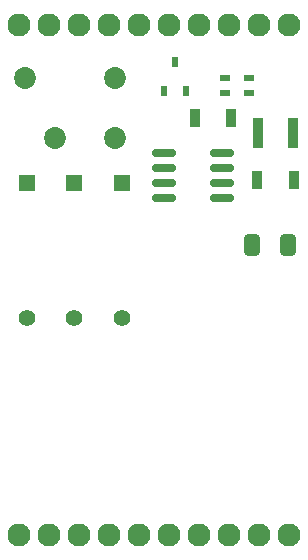
<source format=gbr>
%TF.GenerationSoftware,KiCad,Pcbnew,8.0.8*%
%TF.CreationDate,2025-04-18T10:54:44-04:00*%
%TF.ProjectId,RTDS Control Module V4.0,52544453-2043-46f6-9e74-726f6c204d6f,rev?*%
%TF.SameCoordinates,Original*%
%TF.FileFunction,Soldermask,Top*%
%TF.FilePolarity,Negative*%
%FSLAX46Y46*%
G04 Gerber Fmt 4.6, Leading zero omitted, Abs format (unit mm)*
G04 Created by KiCad (PCBNEW 8.0.8) date 2025-04-18 10:54:44*
%MOMM*%
%LPD*%
G01*
G04 APERTURE LIST*
G04 Aperture macros list*
%AMRoundRect*
0 Rectangle with rounded corners*
0 $1 Rounding radius*
0 $2 $3 $4 $5 $6 $7 $8 $9 X,Y pos of 4 corners*
0 Add a 4 corners polygon primitive as box body*
4,1,4,$2,$3,$4,$5,$6,$7,$8,$9,$2,$3,0*
0 Add four circle primitives for the rounded corners*
1,1,$1+$1,$2,$3*
1,1,$1+$1,$4,$5*
1,1,$1+$1,$6,$7*
1,1,$1+$1,$8,$9*
0 Add four rect primitives between the rounded corners*
20,1,$1+$1,$2,$3,$4,$5,0*
20,1,$1+$1,$4,$5,$6,$7,0*
20,1,$1+$1,$6,$7,$8,$9,0*
20,1,$1+$1,$8,$9,$2,$3,0*%
G04 Aperture macros list end*
%ADD10R,0.889000X0.609600*%
%ADD11RoundRect,0.250000X-0.412500X-0.650000X0.412500X-0.650000X0.412500X0.650000X-0.412500X0.650000X0*%
%ADD12R,0.558800X0.863600*%
%ADD13R,0.863600X1.600200*%
%ADD14R,1.397000X1.397000*%
%ADD15C,1.397000*%
%ADD16C,1.854000*%
%ADD17C,1.954000*%
%ADD18R,0.955600X2.500000*%
%ADD19RoundRect,0.150000X-0.825000X-0.150000X0.825000X-0.150000X0.825000X0.150000X-0.825000X0.150000X0*%
%ADD20R,0.855600X1.600000*%
G04 APERTURE END LIST*
D10*
%TO.C,R4*%
X68250000Y-31147700D03*
X68250000Y-29852300D03*
%TD*%
D11*
%TO.C,C3*%
X70500000Y-44000000D03*
X73625000Y-44000000D03*
%TD*%
D12*
%TO.C,U2*%
X63047500Y-30943800D03*
X64952500Y-30943800D03*
X64000000Y-28556200D03*
%TD*%
D13*
%TO.C,D1*%
X68774000Y-33250000D03*
X65726000Y-33250000D03*
%TD*%
D14*
%TO.C,R2*%
X55500000Y-38750000D03*
D15*
X55500000Y-50180000D03*
%TD*%
D16*
%TO.C,K1*%
X53890000Y-34980000D03*
X58970000Y-34980000D03*
X58970000Y-29900000D03*
X51350000Y-29900000D03*
%TD*%
D17*
%TO.C,J2*%
X50800000Y-68580000D03*
X53340000Y-68580000D03*
X55880000Y-68580000D03*
X58420000Y-68580000D03*
X60960000Y-68580000D03*
X63500000Y-68580000D03*
X66040000Y-68580000D03*
X68580000Y-68580000D03*
X71120000Y-68580000D03*
X73660000Y-68580000D03*
%TD*%
D18*
%TO.C,C1*%
X71022199Y-34500000D03*
X73977801Y-34500000D03*
%TD*%
D14*
%TO.C,R1*%
X51500000Y-38785000D03*
D15*
X51500000Y-50215000D03*
%TD*%
D19*
%TO.C,U1*%
X63050000Y-36230000D03*
X63050000Y-37500000D03*
X63050000Y-38770000D03*
X63050000Y-40040000D03*
X68000000Y-40040000D03*
X68000000Y-38770000D03*
X68000000Y-37500000D03*
X68000000Y-36230000D03*
%TD*%
D20*
%TO.C,C2*%
X71000000Y-38500000D03*
X74055602Y-38500000D03*
%TD*%
D10*
%TO.C,R3*%
X70250000Y-31147700D03*
X70250000Y-29852300D03*
%TD*%
D14*
%TO.C,R3*%
X59500000Y-38785000D03*
D15*
X59500000Y-50215000D03*
%TD*%
D17*
%TO.C,J1*%
X50800000Y-25400000D03*
X53340000Y-25400000D03*
X55880000Y-25400000D03*
X58420000Y-25400000D03*
X60960000Y-25400000D03*
X63500000Y-25400000D03*
X66040000Y-25400000D03*
X68580000Y-25400000D03*
X71120000Y-25400000D03*
X73660000Y-25400000D03*
%TD*%
M02*

</source>
